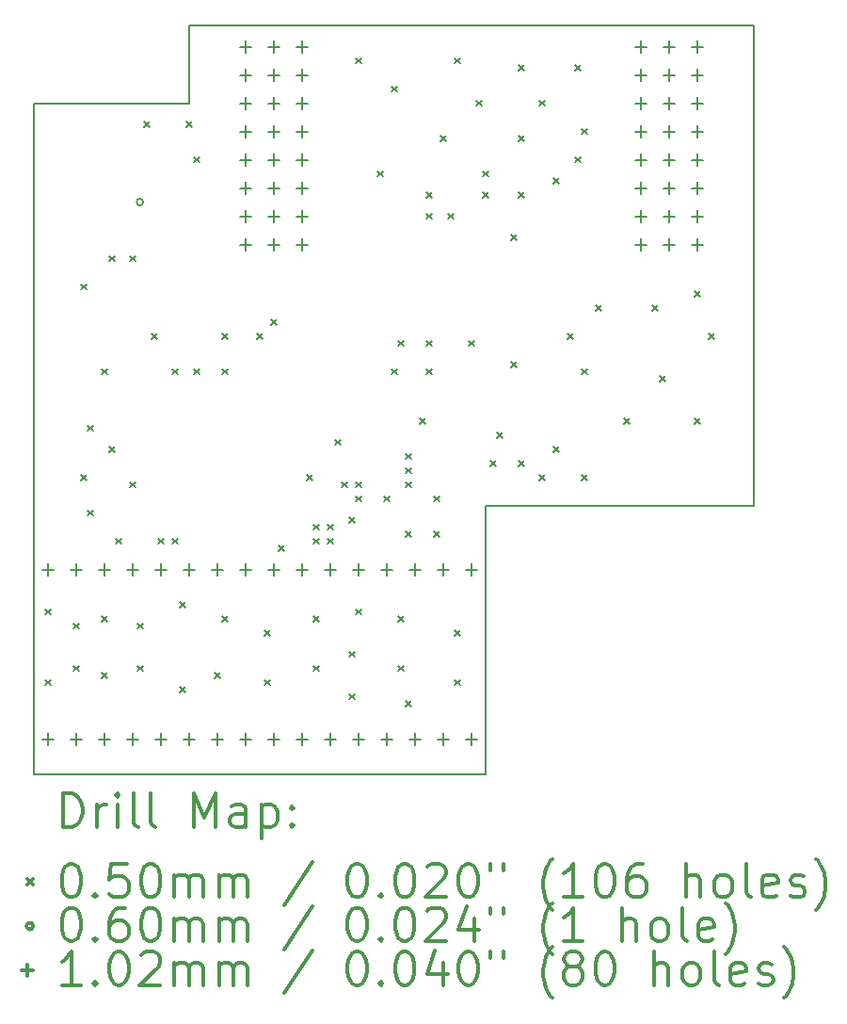
<source format=gbr>
%FSLAX45Y45*%
G04 Gerber Fmt 4.5, Leading zero omitted, Abs format (unit mm)*
G04 Created by KiCad (PCBNEW 4.0.7) date 02/11/20 08:44:00*
%MOMM*%
%LPD*%
G01*
G04 APERTURE LIST*
%ADD10C,0.127000*%
%ADD11C,0.150000*%
%ADD12C,0.200000*%
%ADD13C,0.300000*%
G04 APERTURE END LIST*
D10*
D11*
X4064000Y0D02*
X4064000Y63500D01*
X0Y0D02*
X4064000Y0D01*
X0Y63500D02*
X0Y0D01*
X0Y6032500D02*
X0Y63500D01*
X1397000Y6032500D02*
X0Y6032500D01*
X1397000Y6731000D02*
X1397000Y6032500D01*
X6477000Y6731000D02*
X1397000Y6731000D01*
X6477000Y2413000D02*
X6477000Y6731000D01*
X4064000Y2413000D02*
X6477000Y2413000D01*
X4064000Y63500D02*
X4064000Y2413000D01*
D12*
X102000Y1485500D02*
X152000Y1435500D01*
X152000Y1485500D02*
X102000Y1435500D01*
X102000Y850500D02*
X152000Y800500D01*
X152000Y850500D02*
X102000Y800500D01*
X356000Y1358500D02*
X406000Y1308500D01*
X406000Y1358500D02*
X356000Y1308500D01*
X356000Y977500D02*
X406000Y927500D01*
X406000Y977500D02*
X356000Y927500D01*
X419500Y4406500D02*
X469500Y4356500D01*
X469500Y4406500D02*
X419500Y4356500D01*
X419500Y2692000D02*
X469500Y2642000D01*
X469500Y2692000D02*
X419500Y2642000D01*
X483000Y3136500D02*
X533000Y3086500D01*
X533000Y3136500D02*
X483000Y3086500D01*
X483000Y2374500D02*
X533000Y2324500D01*
X533000Y2374500D02*
X483000Y2324500D01*
X610000Y3644500D02*
X660000Y3594500D01*
X660000Y3644500D02*
X610000Y3594500D01*
X610000Y1422000D02*
X660000Y1372000D01*
X660000Y1422000D02*
X610000Y1372000D01*
X610000Y914000D02*
X660000Y864000D01*
X660000Y914000D02*
X610000Y864000D01*
X673500Y4660500D02*
X723500Y4610500D01*
X723500Y4660500D02*
X673500Y4610500D01*
X673500Y2946000D02*
X723500Y2896000D01*
X723500Y2946000D02*
X673500Y2896000D01*
X737000Y2120500D02*
X787000Y2070500D01*
X787000Y2120500D02*
X737000Y2070500D01*
X864000Y4660500D02*
X914000Y4610500D01*
X914000Y4660500D02*
X864000Y4610500D01*
X864000Y2628500D02*
X914000Y2578500D01*
X914000Y2628500D02*
X864000Y2578500D01*
X927500Y1358500D02*
X977500Y1308500D01*
X977500Y1358500D02*
X927500Y1308500D01*
X927500Y977500D02*
X977500Y927500D01*
X977500Y977500D02*
X927500Y927500D01*
X991000Y5867000D02*
X1041000Y5817000D01*
X1041000Y5867000D02*
X991000Y5817000D01*
X1054500Y3962000D02*
X1104500Y3912000D01*
X1104500Y3962000D02*
X1054500Y3912000D01*
X1118000Y2120500D02*
X1168000Y2070500D01*
X1168000Y2120500D02*
X1118000Y2070500D01*
X1245000Y3644500D02*
X1295000Y3594500D01*
X1295000Y3644500D02*
X1245000Y3594500D01*
X1245000Y2120500D02*
X1295000Y2070500D01*
X1295000Y2120500D02*
X1245000Y2070500D01*
X1308500Y1549000D02*
X1358500Y1499000D01*
X1358500Y1549000D02*
X1308500Y1499000D01*
X1308500Y787000D02*
X1358500Y737000D01*
X1358500Y787000D02*
X1308500Y737000D01*
X1372000Y5867000D02*
X1422000Y5817000D01*
X1422000Y5867000D02*
X1372000Y5817000D01*
X1435500Y5549500D02*
X1485500Y5499500D01*
X1485500Y5549500D02*
X1435500Y5499500D01*
X1435500Y3644500D02*
X1485500Y3594500D01*
X1485500Y3644500D02*
X1435500Y3594500D01*
X1626000Y914000D02*
X1676000Y864000D01*
X1676000Y914000D02*
X1626000Y864000D01*
X1689500Y3962000D02*
X1739500Y3912000D01*
X1739500Y3962000D02*
X1689500Y3912000D01*
X1689500Y3644500D02*
X1739500Y3594500D01*
X1739500Y3644500D02*
X1689500Y3594500D01*
X1689500Y1422000D02*
X1739500Y1372000D01*
X1739500Y1422000D02*
X1689500Y1372000D01*
X2007000Y3962000D02*
X2057000Y3912000D01*
X2057000Y3962000D02*
X2007000Y3912000D01*
X2070500Y1295000D02*
X2120500Y1245000D01*
X2120500Y1295000D02*
X2070500Y1245000D01*
X2070500Y850500D02*
X2120500Y800500D01*
X2120500Y850500D02*
X2070500Y800500D01*
X2134000Y4089000D02*
X2184000Y4039000D01*
X2184000Y4089000D02*
X2134000Y4039000D01*
X2197500Y2057000D02*
X2247500Y2007000D01*
X2247500Y2057000D02*
X2197500Y2007000D01*
X2451500Y2692000D02*
X2501500Y2642000D01*
X2501500Y2692000D02*
X2451500Y2642000D01*
X2515000Y2247500D02*
X2565000Y2197500D01*
X2565000Y2247500D02*
X2515000Y2197500D01*
X2515000Y2120500D02*
X2565000Y2070500D01*
X2565000Y2120500D02*
X2515000Y2070500D01*
X2515000Y1422000D02*
X2565000Y1372000D01*
X2565000Y1422000D02*
X2515000Y1372000D01*
X2515000Y977500D02*
X2565000Y927500D01*
X2565000Y977500D02*
X2515000Y927500D01*
X2642000Y2247500D02*
X2692000Y2197500D01*
X2692000Y2247500D02*
X2642000Y2197500D01*
X2642000Y2120500D02*
X2692000Y2070500D01*
X2692000Y2120500D02*
X2642000Y2070500D01*
X2705500Y3009500D02*
X2755500Y2959500D01*
X2755500Y3009500D02*
X2705500Y2959500D01*
X2769000Y2628500D02*
X2819000Y2578500D01*
X2819000Y2628500D02*
X2769000Y2578500D01*
X2832500Y2311000D02*
X2882500Y2261000D01*
X2882500Y2311000D02*
X2832500Y2261000D01*
X2832500Y1104500D02*
X2882500Y1054500D01*
X2882500Y1104500D02*
X2832500Y1054500D01*
X2832500Y723500D02*
X2882500Y673500D01*
X2882500Y723500D02*
X2832500Y673500D01*
X2896000Y6438500D02*
X2946000Y6388500D01*
X2946000Y6438500D02*
X2896000Y6388500D01*
X2896000Y2628500D02*
X2946000Y2578500D01*
X2946000Y2628500D02*
X2896000Y2578500D01*
X2896000Y2501500D02*
X2946000Y2451500D01*
X2946000Y2501500D02*
X2896000Y2451500D01*
X2896000Y1485500D02*
X2946000Y1435500D01*
X2946000Y1485500D02*
X2896000Y1435500D01*
X3086500Y5422500D02*
X3136500Y5372500D01*
X3136500Y5422500D02*
X3086500Y5372500D01*
X3150000Y2501500D02*
X3200000Y2451500D01*
X3200000Y2501500D02*
X3150000Y2451500D01*
X3213500Y6184500D02*
X3263500Y6134500D01*
X3263500Y6184500D02*
X3213500Y6134500D01*
X3213500Y3644500D02*
X3263500Y3594500D01*
X3263500Y3644500D02*
X3213500Y3594500D01*
X3277000Y3898500D02*
X3327000Y3848500D01*
X3327000Y3898500D02*
X3277000Y3848500D01*
X3277000Y1422000D02*
X3327000Y1372000D01*
X3327000Y1422000D02*
X3277000Y1372000D01*
X3277000Y977500D02*
X3327000Y927500D01*
X3327000Y977500D02*
X3277000Y927500D01*
X3340500Y2882500D02*
X3390500Y2832500D01*
X3390500Y2882500D02*
X3340500Y2832500D01*
X3340500Y2755500D02*
X3390500Y2705500D01*
X3390500Y2755500D02*
X3340500Y2705500D01*
X3340500Y2628500D02*
X3390500Y2578500D01*
X3390500Y2628500D02*
X3340500Y2578500D01*
X3340500Y2184000D02*
X3390500Y2134000D01*
X3390500Y2184000D02*
X3340500Y2134000D01*
X3340500Y660000D02*
X3390500Y610000D01*
X3390500Y660000D02*
X3340500Y610000D01*
X3467500Y3200000D02*
X3517500Y3150000D01*
X3517500Y3200000D02*
X3467500Y3150000D01*
X3531000Y5232000D02*
X3581000Y5182000D01*
X3581000Y5232000D02*
X3531000Y5182000D01*
X3531000Y5041500D02*
X3581000Y4991500D01*
X3581000Y5041500D02*
X3531000Y4991500D01*
X3531000Y3898500D02*
X3581000Y3848500D01*
X3581000Y3898500D02*
X3531000Y3848500D01*
X3531000Y3644500D02*
X3581000Y3594500D01*
X3581000Y3644500D02*
X3531000Y3594500D01*
X3594500Y2501500D02*
X3644500Y2451500D01*
X3644500Y2501500D02*
X3594500Y2451500D01*
X3594500Y2184000D02*
X3644500Y2134000D01*
X3644500Y2184000D02*
X3594500Y2134000D01*
X3658000Y5740000D02*
X3708000Y5690000D01*
X3708000Y5740000D02*
X3658000Y5690000D01*
X3721500Y5041500D02*
X3771500Y4991500D01*
X3771500Y5041500D02*
X3721500Y4991500D01*
X3785000Y6438500D02*
X3835000Y6388500D01*
X3835000Y6438500D02*
X3785000Y6388500D01*
X3785000Y1295000D02*
X3835000Y1245000D01*
X3835000Y1295000D02*
X3785000Y1245000D01*
X3785000Y850500D02*
X3835000Y800500D01*
X3835000Y850500D02*
X3785000Y800500D01*
X3912000Y3898500D02*
X3962000Y3848500D01*
X3962000Y3898500D02*
X3912000Y3848500D01*
X3975500Y6057500D02*
X4025500Y6007500D01*
X4025500Y6057500D02*
X3975500Y6007500D01*
X4039000Y5422500D02*
X4089000Y5372500D01*
X4089000Y5422500D02*
X4039000Y5372500D01*
X4039000Y5232000D02*
X4089000Y5182000D01*
X4089000Y5232000D02*
X4039000Y5182000D01*
X4102500Y2819000D02*
X4152500Y2769000D01*
X4152500Y2819000D02*
X4102500Y2769000D01*
X4166000Y3073000D02*
X4216000Y3023000D01*
X4216000Y3073000D02*
X4166000Y3023000D01*
X4293000Y4851000D02*
X4343000Y4801000D01*
X4343000Y4851000D02*
X4293000Y4801000D01*
X4293000Y3708000D02*
X4343000Y3658000D01*
X4343000Y3708000D02*
X4293000Y3658000D01*
X4356500Y6375000D02*
X4406500Y6325000D01*
X4406500Y6375000D02*
X4356500Y6325000D01*
X4356500Y5740000D02*
X4406500Y5690000D01*
X4406500Y5740000D02*
X4356500Y5690000D01*
X4356500Y5232000D02*
X4406500Y5182000D01*
X4406500Y5232000D02*
X4356500Y5182000D01*
X4356500Y2819000D02*
X4406500Y2769000D01*
X4406500Y2819000D02*
X4356500Y2769000D01*
X4547000Y6057500D02*
X4597000Y6007500D01*
X4597000Y6057500D02*
X4547000Y6007500D01*
X4547000Y2692000D02*
X4597000Y2642000D01*
X4597000Y2692000D02*
X4547000Y2642000D01*
X4674000Y5359000D02*
X4724000Y5309000D01*
X4724000Y5359000D02*
X4674000Y5309000D01*
X4674000Y2946000D02*
X4724000Y2896000D01*
X4724000Y2946000D02*
X4674000Y2896000D01*
X4801000Y3962000D02*
X4851000Y3912000D01*
X4851000Y3962000D02*
X4801000Y3912000D01*
X4864500Y6375000D02*
X4914500Y6325000D01*
X4914500Y6375000D02*
X4864500Y6325000D01*
X4864500Y5549500D02*
X4914500Y5499500D01*
X4914500Y5549500D02*
X4864500Y5499500D01*
X4928000Y5803500D02*
X4978000Y5753500D01*
X4978000Y5803500D02*
X4928000Y5753500D01*
X4928000Y3644500D02*
X4978000Y3594500D01*
X4978000Y3644500D02*
X4928000Y3594500D01*
X4928000Y2692000D02*
X4978000Y2642000D01*
X4978000Y2692000D02*
X4928000Y2642000D01*
X5055000Y4216000D02*
X5105000Y4166000D01*
X5105000Y4216000D02*
X5055000Y4166000D01*
X5309000Y3200000D02*
X5359000Y3150000D01*
X5359000Y3200000D02*
X5309000Y3150000D01*
X5563000Y4216000D02*
X5613000Y4166000D01*
X5613000Y4216000D02*
X5563000Y4166000D01*
X5626500Y3581000D02*
X5676500Y3531000D01*
X5676500Y3581000D02*
X5626500Y3531000D01*
X5944000Y4343000D02*
X5994000Y4293000D01*
X5994000Y4343000D02*
X5944000Y4293000D01*
X5944000Y3200000D02*
X5994000Y3150000D01*
X5994000Y3200000D02*
X5944000Y3150000D01*
X6071000Y3962000D02*
X6121000Y3912000D01*
X6121000Y3962000D02*
X6071000Y3912000D01*
X982500Y5143500D02*
G75*
G03X982500Y5143500I-30000J0D01*
G01*
X127000Y1892500D02*
X127000Y1790500D01*
X76000Y1841500D02*
X178000Y1841500D01*
X127000Y368500D02*
X127000Y266500D01*
X76000Y317500D02*
X178000Y317500D01*
X381000Y1892500D02*
X381000Y1790500D01*
X330000Y1841500D02*
X432000Y1841500D01*
X381000Y368500D02*
X381000Y266500D01*
X330000Y317500D02*
X432000Y317500D01*
X635000Y1892500D02*
X635000Y1790500D01*
X584000Y1841500D02*
X686000Y1841500D01*
X635000Y368500D02*
X635000Y266500D01*
X584000Y317500D02*
X686000Y317500D01*
X889000Y1892500D02*
X889000Y1790500D01*
X838000Y1841500D02*
X940000Y1841500D01*
X889000Y368500D02*
X889000Y266500D01*
X838000Y317500D02*
X940000Y317500D01*
X1143000Y1892500D02*
X1143000Y1790500D01*
X1092000Y1841500D02*
X1194000Y1841500D01*
X1143000Y368500D02*
X1143000Y266500D01*
X1092000Y317500D02*
X1194000Y317500D01*
X1397000Y1892500D02*
X1397000Y1790500D01*
X1346000Y1841500D02*
X1448000Y1841500D01*
X1397000Y368500D02*
X1397000Y266500D01*
X1346000Y317500D02*
X1448000Y317500D01*
X1651000Y1892500D02*
X1651000Y1790500D01*
X1600000Y1841500D02*
X1702000Y1841500D01*
X1651000Y368500D02*
X1651000Y266500D01*
X1600000Y317500D02*
X1702000Y317500D01*
X1905000Y6591500D02*
X1905000Y6489500D01*
X1854000Y6540500D02*
X1956000Y6540500D01*
X1905000Y6337500D02*
X1905000Y6235500D01*
X1854000Y6286500D02*
X1956000Y6286500D01*
X1905000Y6083500D02*
X1905000Y5981500D01*
X1854000Y6032500D02*
X1956000Y6032500D01*
X1905000Y5829500D02*
X1905000Y5727500D01*
X1854000Y5778500D02*
X1956000Y5778500D01*
X1905000Y5575500D02*
X1905000Y5473500D01*
X1854000Y5524500D02*
X1956000Y5524500D01*
X1905000Y5321500D02*
X1905000Y5219500D01*
X1854000Y5270500D02*
X1956000Y5270500D01*
X1905000Y5067500D02*
X1905000Y4965500D01*
X1854000Y5016500D02*
X1956000Y5016500D01*
X1905000Y4813500D02*
X1905000Y4711500D01*
X1854000Y4762500D02*
X1956000Y4762500D01*
X1905000Y1892500D02*
X1905000Y1790500D01*
X1854000Y1841500D02*
X1956000Y1841500D01*
X1905000Y368500D02*
X1905000Y266500D01*
X1854000Y317500D02*
X1956000Y317500D01*
X2159000Y6591500D02*
X2159000Y6489500D01*
X2108000Y6540500D02*
X2210000Y6540500D01*
X2159000Y6337500D02*
X2159000Y6235500D01*
X2108000Y6286500D02*
X2210000Y6286500D01*
X2159000Y6083500D02*
X2159000Y5981500D01*
X2108000Y6032500D02*
X2210000Y6032500D01*
X2159000Y5829500D02*
X2159000Y5727500D01*
X2108000Y5778500D02*
X2210000Y5778500D01*
X2159000Y5575500D02*
X2159000Y5473500D01*
X2108000Y5524500D02*
X2210000Y5524500D01*
X2159000Y5321500D02*
X2159000Y5219500D01*
X2108000Y5270500D02*
X2210000Y5270500D01*
X2159000Y5067500D02*
X2159000Y4965500D01*
X2108000Y5016500D02*
X2210000Y5016500D01*
X2159000Y4813500D02*
X2159000Y4711500D01*
X2108000Y4762500D02*
X2210000Y4762500D01*
X2159000Y1892500D02*
X2159000Y1790500D01*
X2108000Y1841500D02*
X2210000Y1841500D01*
X2159000Y368500D02*
X2159000Y266500D01*
X2108000Y317500D02*
X2210000Y317500D01*
X2413000Y6591500D02*
X2413000Y6489500D01*
X2362000Y6540500D02*
X2464000Y6540500D01*
X2413000Y6337500D02*
X2413000Y6235500D01*
X2362000Y6286500D02*
X2464000Y6286500D01*
X2413000Y6083500D02*
X2413000Y5981500D01*
X2362000Y6032500D02*
X2464000Y6032500D01*
X2413000Y5829500D02*
X2413000Y5727500D01*
X2362000Y5778500D02*
X2464000Y5778500D01*
X2413000Y5575500D02*
X2413000Y5473500D01*
X2362000Y5524500D02*
X2464000Y5524500D01*
X2413000Y5321500D02*
X2413000Y5219500D01*
X2362000Y5270500D02*
X2464000Y5270500D01*
X2413000Y5067500D02*
X2413000Y4965500D01*
X2362000Y5016500D02*
X2464000Y5016500D01*
X2413000Y4813500D02*
X2413000Y4711500D01*
X2362000Y4762500D02*
X2464000Y4762500D01*
X2413000Y1892500D02*
X2413000Y1790500D01*
X2362000Y1841500D02*
X2464000Y1841500D01*
X2413000Y368500D02*
X2413000Y266500D01*
X2362000Y317500D02*
X2464000Y317500D01*
X2667000Y1892500D02*
X2667000Y1790500D01*
X2616000Y1841500D02*
X2718000Y1841500D01*
X2667000Y368500D02*
X2667000Y266500D01*
X2616000Y317500D02*
X2718000Y317500D01*
X2921000Y1892500D02*
X2921000Y1790500D01*
X2870000Y1841500D02*
X2972000Y1841500D01*
X2921000Y368500D02*
X2921000Y266500D01*
X2870000Y317500D02*
X2972000Y317500D01*
X3175000Y1892500D02*
X3175000Y1790500D01*
X3124000Y1841500D02*
X3226000Y1841500D01*
X3175000Y368500D02*
X3175000Y266500D01*
X3124000Y317500D02*
X3226000Y317500D01*
X3429000Y1892500D02*
X3429000Y1790500D01*
X3378000Y1841500D02*
X3480000Y1841500D01*
X3429000Y368500D02*
X3429000Y266500D01*
X3378000Y317500D02*
X3480000Y317500D01*
X3683000Y1892500D02*
X3683000Y1790500D01*
X3632000Y1841500D02*
X3734000Y1841500D01*
X3683000Y368500D02*
X3683000Y266500D01*
X3632000Y317500D02*
X3734000Y317500D01*
X3937000Y1892500D02*
X3937000Y1790500D01*
X3886000Y1841500D02*
X3988000Y1841500D01*
X3937000Y368500D02*
X3937000Y266500D01*
X3886000Y317500D02*
X3988000Y317500D01*
X5461000Y6591500D02*
X5461000Y6489500D01*
X5410000Y6540500D02*
X5512000Y6540500D01*
X5461000Y6337500D02*
X5461000Y6235500D01*
X5410000Y6286500D02*
X5512000Y6286500D01*
X5461000Y6083500D02*
X5461000Y5981500D01*
X5410000Y6032500D02*
X5512000Y6032500D01*
X5461000Y5829500D02*
X5461000Y5727500D01*
X5410000Y5778500D02*
X5512000Y5778500D01*
X5461000Y5575500D02*
X5461000Y5473500D01*
X5410000Y5524500D02*
X5512000Y5524500D01*
X5461000Y5321500D02*
X5461000Y5219500D01*
X5410000Y5270500D02*
X5512000Y5270500D01*
X5461000Y5067500D02*
X5461000Y4965500D01*
X5410000Y5016500D02*
X5512000Y5016500D01*
X5461000Y4813500D02*
X5461000Y4711500D01*
X5410000Y4762500D02*
X5512000Y4762500D01*
X5715000Y6591500D02*
X5715000Y6489500D01*
X5664000Y6540500D02*
X5766000Y6540500D01*
X5715000Y6337500D02*
X5715000Y6235500D01*
X5664000Y6286500D02*
X5766000Y6286500D01*
X5715000Y6083500D02*
X5715000Y5981500D01*
X5664000Y6032500D02*
X5766000Y6032500D01*
X5715000Y5829500D02*
X5715000Y5727500D01*
X5664000Y5778500D02*
X5766000Y5778500D01*
X5715000Y5575500D02*
X5715000Y5473500D01*
X5664000Y5524500D02*
X5766000Y5524500D01*
X5715000Y5321500D02*
X5715000Y5219500D01*
X5664000Y5270500D02*
X5766000Y5270500D01*
X5715000Y5067500D02*
X5715000Y4965500D01*
X5664000Y5016500D02*
X5766000Y5016500D01*
X5715000Y4813500D02*
X5715000Y4711500D01*
X5664000Y4762500D02*
X5766000Y4762500D01*
X5969000Y6591500D02*
X5969000Y6489500D01*
X5918000Y6540500D02*
X6020000Y6540500D01*
X5969000Y6337500D02*
X5969000Y6235500D01*
X5918000Y6286500D02*
X6020000Y6286500D01*
X5969000Y6083500D02*
X5969000Y5981500D01*
X5918000Y6032500D02*
X6020000Y6032500D01*
X5969000Y5829500D02*
X5969000Y5727500D01*
X5918000Y5778500D02*
X6020000Y5778500D01*
X5969000Y5575500D02*
X5969000Y5473500D01*
X5918000Y5524500D02*
X6020000Y5524500D01*
X5969000Y5321500D02*
X5969000Y5219500D01*
X5918000Y5270500D02*
X6020000Y5270500D01*
X5969000Y5067500D02*
X5969000Y4965500D01*
X5918000Y5016500D02*
X6020000Y5016500D01*
X5969000Y4813500D02*
X5969000Y4711500D01*
X5918000Y4762500D02*
X6020000Y4762500D01*
D13*
X263929Y-473214D02*
X263929Y-173214D01*
X335357Y-173214D01*
X378214Y-187500D01*
X406786Y-216071D01*
X421071Y-244643D01*
X435357Y-301786D01*
X435357Y-344643D01*
X421071Y-401786D01*
X406786Y-430357D01*
X378214Y-458929D01*
X335357Y-473214D01*
X263929Y-473214D01*
X563929Y-473214D02*
X563929Y-273214D01*
X563929Y-330357D02*
X578214Y-301786D01*
X592500Y-287500D01*
X621071Y-273214D01*
X649643Y-273214D01*
X749643Y-473214D02*
X749643Y-273214D01*
X749643Y-173214D02*
X735357Y-187500D01*
X749643Y-201786D01*
X763928Y-187500D01*
X749643Y-173214D01*
X749643Y-201786D01*
X935357Y-473214D02*
X906786Y-458929D01*
X892500Y-430357D01*
X892500Y-173214D01*
X1092500Y-473214D02*
X1063929Y-458929D01*
X1049643Y-430357D01*
X1049643Y-173214D01*
X1435357Y-473214D02*
X1435357Y-173214D01*
X1535357Y-387500D01*
X1635357Y-173214D01*
X1635357Y-473214D01*
X1906786Y-473214D02*
X1906786Y-316072D01*
X1892500Y-287500D01*
X1863928Y-273214D01*
X1806786Y-273214D01*
X1778214Y-287500D01*
X1906786Y-458929D02*
X1878214Y-473214D01*
X1806786Y-473214D01*
X1778214Y-458929D01*
X1763928Y-430357D01*
X1763928Y-401786D01*
X1778214Y-373214D01*
X1806786Y-358929D01*
X1878214Y-358929D01*
X1906786Y-344643D01*
X2049643Y-273214D02*
X2049643Y-573214D01*
X2049643Y-287500D02*
X2078214Y-273214D01*
X2135357Y-273214D01*
X2163929Y-287500D01*
X2178214Y-301786D01*
X2192500Y-330357D01*
X2192500Y-416071D01*
X2178214Y-444643D01*
X2163929Y-458929D01*
X2135357Y-473214D01*
X2078214Y-473214D01*
X2049643Y-458929D01*
X2321071Y-444643D02*
X2335357Y-458929D01*
X2321071Y-473214D01*
X2306786Y-458929D01*
X2321071Y-444643D01*
X2321071Y-473214D01*
X2321071Y-287500D02*
X2335357Y-301786D01*
X2321071Y-316072D01*
X2306786Y-301786D01*
X2321071Y-287500D01*
X2321071Y-316072D01*
X-57500Y-942500D02*
X-7500Y-992500D01*
X-7500Y-942500D02*
X-57500Y-992500D01*
X321071Y-803214D02*
X349643Y-803214D01*
X378214Y-817500D01*
X392500Y-831786D01*
X406786Y-860357D01*
X421071Y-917500D01*
X421071Y-988929D01*
X406786Y-1046071D01*
X392500Y-1074643D01*
X378214Y-1088929D01*
X349643Y-1103214D01*
X321071Y-1103214D01*
X292500Y-1088929D01*
X278214Y-1074643D01*
X263929Y-1046071D01*
X249643Y-988929D01*
X249643Y-917500D01*
X263929Y-860357D01*
X278214Y-831786D01*
X292500Y-817500D01*
X321071Y-803214D01*
X549643Y-1074643D02*
X563929Y-1088929D01*
X549643Y-1103214D01*
X535357Y-1088929D01*
X549643Y-1074643D01*
X549643Y-1103214D01*
X835357Y-803214D02*
X692500Y-803214D01*
X678214Y-946071D01*
X692500Y-931786D01*
X721071Y-917500D01*
X792500Y-917500D01*
X821071Y-931786D01*
X835357Y-946071D01*
X849643Y-974643D01*
X849643Y-1046071D01*
X835357Y-1074643D01*
X821071Y-1088929D01*
X792500Y-1103214D01*
X721071Y-1103214D01*
X692500Y-1088929D01*
X678214Y-1074643D01*
X1035357Y-803214D02*
X1063929Y-803214D01*
X1092500Y-817500D01*
X1106786Y-831786D01*
X1121071Y-860357D01*
X1135357Y-917500D01*
X1135357Y-988929D01*
X1121071Y-1046071D01*
X1106786Y-1074643D01*
X1092500Y-1088929D01*
X1063929Y-1103214D01*
X1035357Y-1103214D01*
X1006786Y-1088929D01*
X992500Y-1074643D01*
X978214Y-1046071D01*
X963928Y-988929D01*
X963928Y-917500D01*
X978214Y-860357D01*
X992500Y-831786D01*
X1006786Y-817500D01*
X1035357Y-803214D01*
X1263929Y-1103214D02*
X1263929Y-903214D01*
X1263929Y-931786D02*
X1278214Y-917500D01*
X1306786Y-903214D01*
X1349643Y-903214D01*
X1378214Y-917500D01*
X1392500Y-946071D01*
X1392500Y-1103214D01*
X1392500Y-946071D02*
X1406786Y-917500D01*
X1435357Y-903214D01*
X1478214Y-903214D01*
X1506786Y-917500D01*
X1521071Y-946071D01*
X1521071Y-1103214D01*
X1663928Y-1103214D02*
X1663928Y-903214D01*
X1663928Y-931786D02*
X1678214Y-917500D01*
X1706786Y-903214D01*
X1749643Y-903214D01*
X1778214Y-917500D01*
X1792500Y-946071D01*
X1792500Y-1103214D01*
X1792500Y-946071D02*
X1806786Y-917500D01*
X1835357Y-903214D01*
X1878214Y-903214D01*
X1906786Y-917500D01*
X1921071Y-946071D01*
X1921071Y-1103214D01*
X2506786Y-788929D02*
X2249643Y-1174643D01*
X2892500Y-803214D02*
X2921071Y-803214D01*
X2949643Y-817500D01*
X2963928Y-831786D01*
X2978214Y-860357D01*
X2992500Y-917500D01*
X2992500Y-988929D01*
X2978214Y-1046071D01*
X2963928Y-1074643D01*
X2949643Y-1088929D01*
X2921071Y-1103214D01*
X2892500Y-1103214D01*
X2863928Y-1088929D01*
X2849643Y-1074643D01*
X2835357Y-1046071D01*
X2821071Y-988929D01*
X2821071Y-917500D01*
X2835357Y-860357D01*
X2849643Y-831786D01*
X2863928Y-817500D01*
X2892500Y-803214D01*
X3121071Y-1074643D02*
X3135357Y-1088929D01*
X3121071Y-1103214D01*
X3106786Y-1088929D01*
X3121071Y-1074643D01*
X3121071Y-1103214D01*
X3321071Y-803214D02*
X3349643Y-803214D01*
X3378214Y-817500D01*
X3392500Y-831786D01*
X3406785Y-860357D01*
X3421071Y-917500D01*
X3421071Y-988929D01*
X3406785Y-1046071D01*
X3392500Y-1074643D01*
X3378214Y-1088929D01*
X3349643Y-1103214D01*
X3321071Y-1103214D01*
X3292500Y-1088929D01*
X3278214Y-1074643D01*
X3263928Y-1046071D01*
X3249643Y-988929D01*
X3249643Y-917500D01*
X3263928Y-860357D01*
X3278214Y-831786D01*
X3292500Y-817500D01*
X3321071Y-803214D01*
X3535357Y-831786D02*
X3549643Y-817500D01*
X3578214Y-803214D01*
X3649643Y-803214D01*
X3678214Y-817500D01*
X3692500Y-831786D01*
X3706785Y-860357D01*
X3706785Y-888929D01*
X3692500Y-931786D01*
X3521071Y-1103214D01*
X3706785Y-1103214D01*
X3892500Y-803214D02*
X3921071Y-803214D01*
X3949643Y-817500D01*
X3963928Y-831786D01*
X3978214Y-860357D01*
X3992500Y-917500D01*
X3992500Y-988929D01*
X3978214Y-1046071D01*
X3963928Y-1074643D01*
X3949643Y-1088929D01*
X3921071Y-1103214D01*
X3892500Y-1103214D01*
X3863928Y-1088929D01*
X3849643Y-1074643D01*
X3835357Y-1046071D01*
X3821071Y-988929D01*
X3821071Y-917500D01*
X3835357Y-860357D01*
X3849643Y-831786D01*
X3863928Y-817500D01*
X3892500Y-803214D01*
X4106786Y-803214D02*
X4106786Y-860357D01*
X4221071Y-803214D02*
X4221071Y-860357D01*
X4663928Y-1217500D02*
X4649643Y-1203214D01*
X4621071Y-1160357D01*
X4606786Y-1131786D01*
X4592500Y-1088929D01*
X4578214Y-1017500D01*
X4578214Y-960357D01*
X4592500Y-888929D01*
X4606786Y-846071D01*
X4621071Y-817500D01*
X4649643Y-774643D01*
X4663928Y-760357D01*
X4935357Y-1103214D02*
X4763928Y-1103214D01*
X4849643Y-1103214D02*
X4849643Y-803214D01*
X4821071Y-846071D01*
X4792500Y-874643D01*
X4763928Y-888929D01*
X5121071Y-803214D02*
X5149643Y-803214D01*
X5178214Y-817500D01*
X5192500Y-831786D01*
X5206786Y-860357D01*
X5221071Y-917500D01*
X5221071Y-988929D01*
X5206786Y-1046071D01*
X5192500Y-1074643D01*
X5178214Y-1088929D01*
X5149643Y-1103214D01*
X5121071Y-1103214D01*
X5092500Y-1088929D01*
X5078214Y-1074643D01*
X5063928Y-1046071D01*
X5049643Y-988929D01*
X5049643Y-917500D01*
X5063928Y-860357D01*
X5078214Y-831786D01*
X5092500Y-817500D01*
X5121071Y-803214D01*
X5478214Y-803214D02*
X5421071Y-803214D01*
X5392500Y-817500D01*
X5378214Y-831786D01*
X5349643Y-874643D01*
X5335357Y-931786D01*
X5335357Y-1046071D01*
X5349643Y-1074643D01*
X5363928Y-1088929D01*
X5392500Y-1103214D01*
X5449643Y-1103214D01*
X5478214Y-1088929D01*
X5492500Y-1074643D01*
X5506786Y-1046071D01*
X5506786Y-974643D01*
X5492500Y-946071D01*
X5478214Y-931786D01*
X5449643Y-917500D01*
X5392500Y-917500D01*
X5363928Y-931786D01*
X5349643Y-946071D01*
X5335357Y-974643D01*
X5863928Y-1103214D02*
X5863928Y-803214D01*
X5992500Y-1103214D02*
X5992500Y-946071D01*
X5978214Y-917500D01*
X5949643Y-903214D01*
X5906785Y-903214D01*
X5878214Y-917500D01*
X5863928Y-931786D01*
X6178214Y-1103214D02*
X6149643Y-1088929D01*
X6135357Y-1074643D01*
X6121071Y-1046071D01*
X6121071Y-960357D01*
X6135357Y-931786D01*
X6149643Y-917500D01*
X6178214Y-903214D01*
X6221071Y-903214D01*
X6249643Y-917500D01*
X6263928Y-931786D01*
X6278214Y-960357D01*
X6278214Y-1046071D01*
X6263928Y-1074643D01*
X6249643Y-1088929D01*
X6221071Y-1103214D01*
X6178214Y-1103214D01*
X6449643Y-1103214D02*
X6421071Y-1088929D01*
X6406786Y-1060357D01*
X6406786Y-803214D01*
X6678214Y-1088929D02*
X6649643Y-1103214D01*
X6592500Y-1103214D01*
X6563928Y-1088929D01*
X6549643Y-1060357D01*
X6549643Y-946071D01*
X6563928Y-917500D01*
X6592500Y-903214D01*
X6649643Y-903214D01*
X6678214Y-917500D01*
X6692500Y-946071D01*
X6692500Y-974643D01*
X6549643Y-1003214D01*
X6806786Y-1088929D02*
X6835357Y-1103214D01*
X6892500Y-1103214D01*
X6921071Y-1088929D01*
X6935357Y-1060357D01*
X6935357Y-1046071D01*
X6921071Y-1017500D01*
X6892500Y-1003214D01*
X6849643Y-1003214D01*
X6821071Y-988929D01*
X6806786Y-960357D01*
X6806786Y-946071D01*
X6821071Y-917500D01*
X6849643Y-903214D01*
X6892500Y-903214D01*
X6921071Y-917500D01*
X7035357Y-1217500D02*
X7049643Y-1203214D01*
X7078214Y-1160357D01*
X7092500Y-1131786D01*
X7106786Y-1088929D01*
X7121071Y-1017500D01*
X7121071Y-960357D01*
X7106786Y-888929D01*
X7092500Y-846071D01*
X7078214Y-817500D01*
X7049643Y-774643D01*
X7035357Y-760357D01*
X-7500Y-1363500D02*
G75*
G03X-7500Y-1363500I-30000J0D01*
G01*
X321071Y-1199214D02*
X349643Y-1199214D01*
X378214Y-1213500D01*
X392500Y-1227786D01*
X406786Y-1256357D01*
X421071Y-1313500D01*
X421071Y-1384929D01*
X406786Y-1442071D01*
X392500Y-1470643D01*
X378214Y-1484929D01*
X349643Y-1499214D01*
X321071Y-1499214D01*
X292500Y-1484929D01*
X278214Y-1470643D01*
X263929Y-1442071D01*
X249643Y-1384929D01*
X249643Y-1313500D01*
X263929Y-1256357D01*
X278214Y-1227786D01*
X292500Y-1213500D01*
X321071Y-1199214D01*
X549643Y-1470643D02*
X563929Y-1484929D01*
X549643Y-1499214D01*
X535357Y-1484929D01*
X549643Y-1470643D01*
X549643Y-1499214D01*
X821071Y-1199214D02*
X763928Y-1199214D01*
X735357Y-1213500D01*
X721071Y-1227786D01*
X692500Y-1270643D01*
X678214Y-1327786D01*
X678214Y-1442071D01*
X692500Y-1470643D01*
X706786Y-1484929D01*
X735357Y-1499214D01*
X792500Y-1499214D01*
X821071Y-1484929D01*
X835357Y-1470643D01*
X849643Y-1442071D01*
X849643Y-1370643D01*
X835357Y-1342072D01*
X821071Y-1327786D01*
X792500Y-1313500D01*
X735357Y-1313500D01*
X706786Y-1327786D01*
X692500Y-1342072D01*
X678214Y-1370643D01*
X1035357Y-1199214D02*
X1063929Y-1199214D01*
X1092500Y-1213500D01*
X1106786Y-1227786D01*
X1121071Y-1256357D01*
X1135357Y-1313500D01*
X1135357Y-1384929D01*
X1121071Y-1442071D01*
X1106786Y-1470643D01*
X1092500Y-1484929D01*
X1063929Y-1499214D01*
X1035357Y-1499214D01*
X1006786Y-1484929D01*
X992500Y-1470643D01*
X978214Y-1442071D01*
X963928Y-1384929D01*
X963928Y-1313500D01*
X978214Y-1256357D01*
X992500Y-1227786D01*
X1006786Y-1213500D01*
X1035357Y-1199214D01*
X1263929Y-1499214D02*
X1263929Y-1299214D01*
X1263929Y-1327786D02*
X1278214Y-1313500D01*
X1306786Y-1299214D01*
X1349643Y-1299214D01*
X1378214Y-1313500D01*
X1392500Y-1342072D01*
X1392500Y-1499214D01*
X1392500Y-1342072D02*
X1406786Y-1313500D01*
X1435357Y-1299214D01*
X1478214Y-1299214D01*
X1506786Y-1313500D01*
X1521071Y-1342072D01*
X1521071Y-1499214D01*
X1663928Y-1499214D02*
X1663928Y-1299214D01*
X1663928Y-1327786D02*
X1678214Y-1313500D01*
X1706786Y-1299214D01*
X1749643Y-1299214D01*
X1778214Y-1313500D01*
X1792500Y-1342072D01*
X1792500Y-1499214D01*
X1792500Y-1342072D02*
X1806786Y-1313500D01*
X1835357Y-1299214D01*
X1878214Y-1299214D01*
X1906786Y-1313500D01*
X1921071Y-1342072D01*
X1921071Y-1499214D01*
X2506786Y-1184929D02*
X2249643Y-1570643D01*
X2892500Y-1199214D02*
X2921071Y-1199214D01*
X2949643Y-1213500D01*
X2963928Y-1227786D01*
X2978214Y-1256357D01*
X2992500Y-1313500D01*
X2992500Y-1384929D01*
X2978214Y-1442071D01*
X2963928Y-1470643D01*
X2949643Y-1484929D01*
X2921071Y-1499214D01*
X2892500Y-1499214D01*
X2863928Y-1484929D01*
X2849643Y-1470643D01*
X2835357Y-1442071D01*
X2821071Y-1384929D01*
X2821071Y-1313500D01*
X2835357Y-1256357D01*
X2849643Y-1227786D01*
X2863928Y-1213500D01*
X2892500Y-1199214D01*
X3121071Y-1470643D02*
X3135357Y-1484929D01*
X3121071Y-1499214D01*
X3106786Y-1484929D01*
X3121071Y-1470643D01*
X3121071Y-1499214D01*
X3321071Y-1199214D02*
X3349643Y-1199214D01*
X3378214Y-1213500D01*
X3392500Y-1227786D01*
X3406785Y-1256357D01*
X3421071Y-1313500D01*
X3421071Y-1384929D01*
X3406785Y-1442071D01*
X3392500Y-1470643D01*
X3378214Y-1484929D01*
X3349643Y-1499214D01*
X3321071Y-1499214D01*
X3292500Y-1484929D01*
X3278214Y-1470643D01*
X3263928Y-1442071D01*
X3249643Y-1384929D01*
X3249643Y-1313500D01*
X3263928Y-1256357D01*
X3278214Y-1227786D01*
X3292500Y-1213500D01*
X3321071Y-1199214D01*
X3535357Y-1227786D02*
X3549643Y-1213500D01*
X3578214Y-1199214D01*
X3649643Y-1199214D01*
X3678214Y-1213500D01*
X3692500Y-1227786D01*
X3706785Y-1256357D01*
X3706785Y-1284929D01*
X3692500Y-1327786D01*
X3521071Y-1499214D01*
X3706785Y-1499214D01*
X3963928Y-1299214D02*
X3963928Y-1499214D01*
X3892500Y-1184929D02*
X3821071Y-1399214D01*
X4006785Y-1399214D01*
X4106786Y-1199214D02*
X4106786Y-1256357D01*
X4221071Y-1199214D02*
X4221071Y-1256357D01*
X4663928Y-1613500D02*
X4649643Y-1599214D01*
X4621071Y-1556357D01*
X4606786Y-1527786D01*
X4592500Y-1484929D01*
X4578214Y-1413500D01*
X4578214Y-1356357D01*
X4592500Y-1284929D01*
X4606786Y-1242072D01*
X4621071Y-1213500D01*
X4649643Y-1170643D01*
X4663928Y-1156357D01*
X4935357Y-1499214D02*
X4763928Y-1499214D01*
X4849643Y-1499214D02*
X4849643Y-1199214D01*
X4821071Y-1242072D01*
X4792500Y-1270643D01*
X4763928Y-1284929D01*
X5292500Y-1499214D02*
X5292500Y-1199214D01*
X5421071Y-1499214D02*
X5421071Y-1342072D01*
X5406786Y-1313500D01*
X5378214Y-1299214D01*
X5335357Y-1299214D01*
X5306786Y-1313500D01*
X5292500Y-1327786D01*
X5606785Y-1499214D02*
X5578214Y-1484929D01*
X5563928Y-1470643D01*
X5549643Y-1442071D01*
X5549643Y-1356357D01*
X5563928Y-1327786D01*
X5578214Y-1313500D01*
X5606785Y-1299214D01*
X5649643Y-1299214D01*
X5678214Y-1313500D01*
X5692500Y-1327786D01*
X5706785Y-1356357D01*
X5706785Y-1442071D01*
X5692500Y-1470643D01*
X5678214Y-1484929D01*
X5649643Y-1499214D01*
X5606785Y-1499214D01*
X5878214Y-1499214D02*
X5849643Y-1484929D01*
X5835357Y-1456357D01*
X5835357Y-1199214D01*
X6106786Y-1484929D02*
X6078214Y-1499214D01*
X6021071Y-1499214D01*
X5992500Y-1484929D01*
X5978214Y-1456357D01*
X5978214Y-1342072D01*
X5992500Y-1313500D01*
X6021071Y-1299214D01*
X6078214Y-1299214D01*
X6106786Y-1313500D01*
X6121071Y-1342072D01*
X6121071Y-1370643D01*
X5978214Y-1399214D01*
X6221071Y-1613500D02*
X6235357Y-1599214D01*
X6263928Y-1556357D01*
X6278214Y-1527786D01*
X6292500Y-1484929D01*
X6306786Y-1413500D01*
X6306786Y-1356357D01*
X6292500Y-1284929D01*
X6278214Y-1242072D01*
X6263928Y-1213500D01*
X6235357Y-1170643D01*
X6221071Y-1156357D01*
X-58500Y-1708500D02*
X-58500Y-1810500D01*
X-109500Y-1759500D02*
X-7500Y-1759500D01*
X421071Y-1895214D02*
X249643Y-1895214D01*
X335357Y-1895214D02*
X335357Y-1595214D01*
X306786Y-1638071D01*
X278214Y-1666643D01*
X249643Y-1680929D01*
X549643Y-1866643D02*
X563929Y-1880929D01*
X549643Y-1895214D01*
X535357Y-1880929D01*
X549643Y-1866643D01*
X549643Y-1895214D01*
X749643Y-1595214D02*
X778214Y-1595214D01*
X806786Y-1609500D01*
X821071Y-1623786D01*
X835357Y-1652357D01*
X849643Y-1709500D01*
X849643Y-1780929D01*
X835357Y-1838071D01*
X821071Y-1866643D01*
X806786Y-1880929D01*
X778214Y-1895214D01*
X749643Y-1895214D01*
X721071Y-1880929D01*
X706786Y-1866643D01*
X692500Y-1838071D01*
X678214Y-1780929D01*
X678214Y-1709500D01*
X692500Y-1652357D01*
X706786Y-1623786D01*
X721071Y-1609500D01*
X749643Y-1595214D01*
X963928Y-1623786D02*
X978214Y-1609500D01*
X1006786Y-1595214D01*
X1078214Y-1595214D01*
X1106786Y-1609500D01*
X1121071Y-1623786D01*
X1135357Y-1652357D01*
X1135357Y-1680929D01*
X1121071Y-1723786D01*
X949643Y-1895214D01*
X1135357Y-1895214D01*
X1263929Y-1895214D02*
X1263929Y-1695214D01*
X1263929Y-1723786D02*
X1278214Y-1709500D01*
X1306786Y-1695214D01*
X1349643Y-1695214D01*
X1378214Y-1709500D01*
X1392500Y-1738071D01*
X1392500Y-1895214D01*
X1392500Y-1738071D02*
X1406786Y-1709500D01*
X1435357Y-1695214D01*
X1478214Y-1695214D01*
X1506786Y-1709500D01*
X1521071Y-1738071D01*
X1521071Y-1895214D01*
X1663928Y-1895214D02*
X1663928Y-1695214D01*
X1663928Y-1723786D02*
X1678214Y-1709500D01*
X1706786Y-1695214D01*
X1749643Y-1695214D01*
X1778214Y-1709500D01*
X1792500Y-1738071D01*
X1792500Y-1895214D01*
X1792500Y-1738071D02*
X1806786Y-1709500D01*
X1835357Y-1695214D01*
X1878214Y-1695214D01*
X1906786Y-1709500D01*
X1921071Y-1738071D01*
X1921071Y-1895214D01*
X2506786Y-1580929D02*
X2249643Y-1966643D01*
X2892500Y-1595214D02*
X2921071Y-1595214D01*
X2949643Y-1609500D01*
X2963928Y-1623786D01*
X2978214Y-1652357D01*
X2992500Y-1709500D01*
X2992500Y-1780929D01*
X2978214Y-1838071D01*
X2963928Y-1866643D01*
X2949643Y-1880929D01*
X2921071Y-1895214D01*
X2892500Y-1895214D01*
X2863928Y-1880929D01*
X2849643Y-1866643D01*
X2835357Y-1838071D01*
X2821071Y-1780929D01*
X2821071Y-1709500D01*
X2835357Y-1652357D01*
X2849643Y-1623786D01*
X2863928Y-1609500D01*
X2892500Y-1595214D01*
X3121071Y-1866643D02*
X3135357Y-1880929D01*
X3121071Y-1895214D01*
X3106786Y-1880929D01*
X3121071Y-1866643D01*
X3121071Y-1895214D01*
X3321071Y-1595214D02*
X3349643Y-1595214D01*
X3378214Y-1609500D01*
X3392500Y-1623786D01*
X3406785Y-1652357D01*
X3421071Y-1709500D01*
X3421071Y-1780929D01*
X3406785Y-1838071D01*
X3392500Y-1866643D01*
X3378214Y-1880929D01*
X3349643Y-1895214D01*
X3321071Y-1895214D01*
X3292500Y-1880929D01*
X3278214Y-1866643D01*
X3263928Y-1838071D01*
X3249643Y-1780929D01*
X3249643Y-1709500D01*
X3263928Y-1652357D01*
X3278214Y-1623786D01*
X3292500Y-1609500D01*
X3321071Y-1595214D01*
X3678214Y-1695214D02*
X3678214Y-1895214D01*
X3606785Y-1580929D02*
X3535357Y-1795214D01*
X3721071Y-1795214D01*
X3892500Y-1595214D02*
X3921071Y-1595214D01*
X3949643Y-1609500D01*
X3963928Y-1623786D01*
X3978214Y-1652357D01*
X3992500Y-1709500D01*
X3992500Y-1780929D01*
X3978214Y-1838071D01*
X3963928Y-1866643D01*
X3949643Y-1880929D01*
X3921071Y-1895214D01*
X3892500Y-1895214D01*
X3863928Y-1880929D01*
X3849643Y-1866643D01*
X3835357Y-1838071D01*
X3821071Y-1780929D01*
X3821071Y-1709500D01*
X3835357Y-1652357D01*
X3849643Y-1623786D01*
X3863928Y-1609500D01*
X3892500Y-1595214D01*
X4106786Y-1595214D02*
X4106786Y-1652357D01*
X4221071Y-1595214D02*
X4221071Y-1652357D01*
X4663928Y-2009500D02*
X4649643Y-1995214D01*
X4621071Y-1952357D01*
X4606786Y-1923786D01*
X4592500Y-1880929D01*
X4578214Y-1809500D01*
X4578214Y-1752357D01*
X4592500Y-1680929D01*
X4606786Y-1638071D01*
X4621071Y-1609500D01*
X4649643Y-1566643D01*
X4663928Y-1552357D01*
X4821071Y-1723786D02*
X4792500Y-1709500D01*
X4778214Y-1695214D01*
X4763928Y-1666643D01*
X4763928Y-1652357D01*
X4778214Y-1623786D01*
X4792500Y-1609500D01*
X4821071Y-1595214D01*
X4878214Y-1595214D01*
X4906786Y-1609500D01*
X4921071Y-1623786D01*
X4935357Y-1652357D01*
X4935357Y-1666643D01*
X4921071Y-1695214D01*
X4906786Y-1709500D01*
X4878214Y-1723786D01*
X4821071Y-1723786D01*
X4792500Y-1738071D01*
X4778214Y-1752357D01*
X4763928Y-1780929D01*
X4763928Y-1838071D01*
X4778214Y-1866643D01*
X4792500Y-1880929D01*
X4821071Y-1895214D01*
X4878214Y-1895214D01*
X4906786Y-1880929D01*
X4921071Y-1866643D01*
X4935357Y-1838071D01*
X4935357Y-1780929D01*
X4921071Y-1752357D01*
X4906786Y-1738071D01*
X4878214Y-1723786D01*
X5121071Y-1595214D02*
X5149643Y-1595214D01*
X5178214Y-1609500D01*
X5192500Y-1623786D01*
X5206786Y-1652357D01*
X5221071Y-1709500D01*
X5221071Y-1780929D01*
X5206786Y-1838071D01*
X5192500Y-1866643D01*
X5178214Y-1880929D01*
X5149643Y-1895214D01*
X5121071Y-1895214D01*
X5092500Y-1880929D01*
X5078214Y-1866643D01*
X5063928Y-1838071D01*
X5049643Y-1780929D01*
X5049643Y-1709500D01*
X5063928Y-1652357D01*
X5078214Y-1623786D01*
X5092500Y-1609500D01*
X5121071Y-1595214D01*
X5578214Y-1895214D02*
X5578214Y-1595214D01*
X5706785Y-1895214D02*
X5706785Y-1738071D01*
X5692500Y-1709500D01*
X5663928Y-1695214D01*
X5621071Y-1695214D01*
X5592500Y-1709500D01*
X5578214Y-1723786D01*
X5892500Y-1895214D02*
X5863928Y-1880929D01*
X5849643Y-1866643D01*
X5835357Y-1838071D01*
X5835357Y-1752357D01*
X5849643Y-1723786D01*
X5863928Y-1709500D01*
X5892500Y-1695214D01*
X5935357Y-1695214D01*
X5963928Y-1709500D01*
X5978214Y-1723786D01*
X5992500Y-1752357D01*
X5992500Y-1838071D01*
X5978214Y-1866643D01*
X5963928Y-1880929D01*
X5935357Y-1895214D01*
X5892500Y-1895214D01*
X6163928Y-1895214D02*
X6135357Y-1880929D01*
X6121071Y-1852357D01*
X6121071Y-1595214D01*
X6392500Y-1880929D02*
X6363928Y-1895214D01*
X6306786Y-1895214D01*
X6278214Y-1880929D01*
X6263928Y-1852357D01*
X6263928Y-1738071D01*
X6278214Y-1709500D01*
X6306786Y-1695214D01*
X6363928Y-1695214D01*
X6392500Y-1709500D01*
X6406786Y-1738071D01*
X6406786Y-1766643D01*
X6263928Y-1795214D01*
X6521071Y-1880929D02*
X6549643Y-1895214D01*
X6606786Y-1895214D01*
X6635357Y-1880929D01*
X6649643Y-1852357D01*
X6649643Y-1838071D01*
X6635357Y-1809500D01*
X6606786Y-1795214D01*
X6563928Y-1795214D01*
X6535357Y-1780929D01*
X6521071Y-1752357D01*
X6521071Y-1738071D01*
X6535357Y-1709500D01*
X6563928Y-1695214D01*
X6606786Y-1695214D01*
X6635357Y-1709500D01*
X6749643Y-2009500D02*
X6763928Y-1995214D01*
X6792500Y-1952357D01*
X6806786Y-1923786D01*
X6821071Y-1880929D01*
X6835357Y-1809500D01*
X6835357Y-1752357D01*
X6821071Y-1680929D01*
X6806786Y-1638071D01*
X6792500Y-1609500D01*
X6763928Y-1566643D01*
X6749643Y-1552357D01*
M02*

</source>
